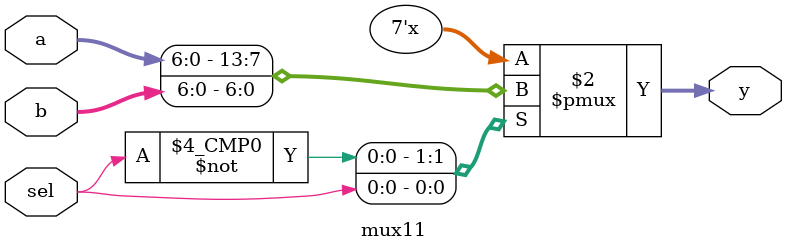
<source format=v>

module mux11 (input [6:0] a, b,
            input sel,
            output reg [6:0] y);

    always @(*) begin
        case(sel)
            0: y = a;
            1: y = b;
        endcase
    end
    
endmodule
</source>
